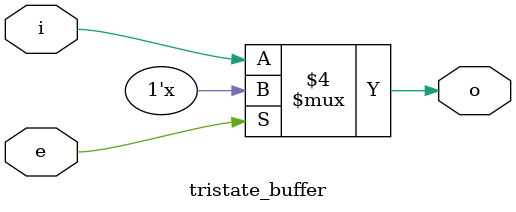
<source format=v>
module tristate_buffer(input i,
                       input e,
					   output reg o);
					   
	always @(*)
	   begin
	     if(e==0)
		    o=i;
		  else
		    o=1'bz;
	   end
	   
endmodule
</source>
